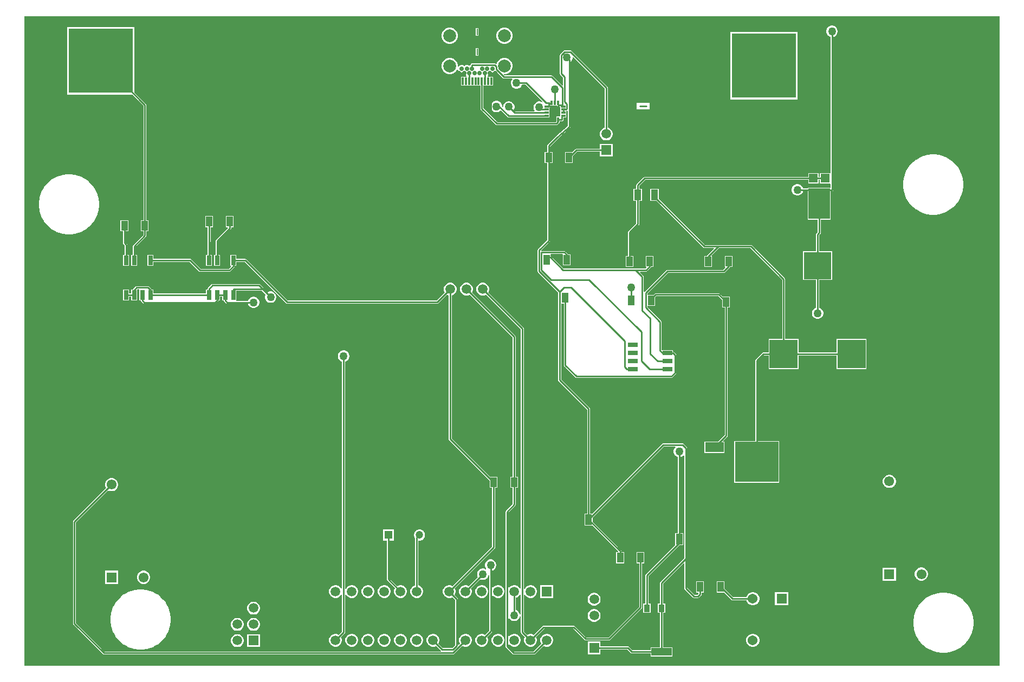
<source format=gtl>
G04*
G04 #@! TF.GenerationSoftware,Altium Limited,Altium Designer,22.11.1 (43)*
G04*
G04 Layer_Physical_Order=1*
G04 Layer_Color=255*
%FSLAX25Y25*%
%MOIN*%
G70*
G04*
G04 #@! TF.SameCoordinates,C3DCF227-2B7A-40B4-8179-D348CCFE8E73*
G04*
G04*
G04 #@! TF.FilePolarity,Positive*
G04*
G01*
G75*
%ADD10C,0.01000*%
%ADD18R,0.03740X0.04921*%
%ADD19R,0.12598X0.04921*%
%ADD20R,0.01181X0.04724*%
%ADD21R,0.00787X0.03937*%
%ADD22R,0.03937X0.05906*%
%ADD23R,0.04331X0.06693*%
%ADD24R,0.05472X0.05512*%
%ADD25R,0.13228X0.19134*%
%ADD26R,0.06004X0.02559*%
%ADD27R,0.17323X0.17717*%
%ADD28R,0.16929X0.16929*%
%ADD29R,0.01181X0.02756*%
%ADD30R,0.02756X0.01181*%
%ADD31R,0.05906X0.05906*%
%ADD32R,0.11811X0.05906*%
%ADD33R,0.26772X0.24606*%
%ADD34R,0.02559X0.06004*%
%ADD55C,0.06063*%
%ADD56R,0.06063X0.06063*%
G04:AMPARAMS|DCode=58|XSize=94.49mil|YSize=196.85mil|CornerRadius=47.24mil|HoleSize=0mil|Usage=FLASHONLY|Rotation=0.000|XOffset=0mil|YOffset=0mil|HoleType=Round|Shape=RoundedRectangle|*
%AMROUNDEDRECTD58*
21,1,0.09449,0.10236,0,0,0.0*
21,1,0.00000,0.19685,0,0,0.0*
1,1,0.09449,0.00000,-0.05118*
1,1,0.09449,0.00000,-0.05118*
1,1,0.09449,0.00000,0.05118*
1,1,0.09449,0.00000,0.05118*
%
%ADD58ROUNDEDRECTD58*%
%ADD59C,0.06102*%
%ADD60R,0.06102X0.06102*%
%ADD64C,0.05906*%
%ADD65C,0.02756*%
%ADD66C,0.07913*%
%ADD67R,0.05906X0.05906*%
%ADD68R,0.39370X0.39370*%
%ADD69R,0.04724X0.04724*%
%ADD70C,0.04724*%
%ADD71C,0.05000*%
G36*
X700000Y100000D02*
X100000D01*
Y500000D01*
X700000D01*
Y100000D01*
D02*
G37*
%LPC*%
G36*
X379287Y492567D02*
X377713D01*
Y487842D01*
X379287D01*
Y492567D01*
D02*
G37*
G36*
X395964Y492996D02*
X394659D01*
X393398Y492658D01*
X392268Y492006D01*
X391345Y491083D01*
X390692Y489953D01*
X390354Y488692D01*
Y487387D01*
X390692Y486126D01*
X391345Y484996D01*
X392268Y484073D01*
X393398Y483421D01*
X394659Y483083D01*
X395964D01*
X397224Y483421D01*
X398355Y484073D01*
X399277Y484996D01*
X399930Y486126D01*
X400268Y487387D01*
Y488692D01*
X399930Y489953D01*
X399277Y491083D01*
X398355Y492006D01*
X397224Y492658D01*
X395964Y492996D01*
D02*
G37*
G36*
X362342D02*
X361036D01*
X359776Y492658D01*
X358646Y492006D01*
X357723Y491083D01*
X357070Y489953D01*
X356732Y488692D01*
Y487387D01*
X357070Y486126D01*
X357723Y484996D01*
X358646Y484073D01*
X359776Y483421D01*
X361036Y483083D01*
X362342D01*
X363602Y483421D01*
X364733Y484073D01*
X365655Y484996D01*
X366308Y486126D01*
X366646Y487387D01*
Y488692D01*
X366308Y489953D01*
X365655Y491083D01*
X364733Y492006D01*
X363602Y492658D01*
X362342Y492996D01*
D02*
G37*
G36*
X379287Y480362D02*
X377713D01*
Y475638D01*
X379287D01*
Y480362D01*
D02*
G37*
G36*
X575685Y490185D02*
X534315D01*
Y448815D01*
X575685D01*
Y490185D01*
D02*
G37*
G36*
X484499Y446500D02*
X476500D01*
Y442500D01*
X484499D01*
Y446500D01*
D02*
G37*
G36*
X436000Y478911D02*
X432400D01*
X432051Y478842D01*
X431756Y478644D01*
X429756Y476644D01*
X429558Y476349D01*
X429489Y476000D01*
Y464600D01*
X429558Y464251D01*
X429756Y463956D01*
X431489Y462223D01*
Y457453D01*
X431027Y457262D01*
X425044Y463244D01*
X424749Y463442D01*
X424400Y463511D01*
X395404D01*
X394954Y463961D01*
X395162Y464461D01*
X395964D01*
X397224Y464798D01*
X398355Y465451D01*
X399277Y466374D01*
X399930Y467504D01*
X400268Y468765D01*
Y470070D01*
X399930Y471330D01*
X399277Y472461D01*
X398355Y473384D01*
X397224Y474036D01*
X395964Y474374D01*
X394659D01*
X393398Y474036D01*
X392268Y473384D01*
X391345Y472461D01*
X390692Y471330D01*
X390540Y470761D01*
X390409Y470726D01*
X389999Y470675D01*
X389749Y470842D01*
X389400Y470911D01*
X375350D01*
X375002Y470842D01*
X374706Y470644D01*
X374509Y470349D01*
X374439Y470000D01*
Y469842D01*
X374003Y469662D01*
X373776Y469434D01*
X373548Y469662D01*
X372674Y470023D01*
X371728D01*
X370854Y469662D01*
X370626Y469434D01*
X370398Y469662D01*
X369524Y470023D01*
X368578D01*
X367704Y469662D01*
X367146Y469103D01*
X366646Y469259D01*
Y470070D01*
X366308Y471330D01*
X365655Y472461D01*
X364733Y473384D01*
X363602Y474036D01*
X362342Y474374D01*
X361036D01*
X359776Y474036D01*
X358646Y473384D01*
X357723Y472461D01*
X357070Y471330D01*
X356732Y470070D01*
Y468765D01*
X357070Y467504D01*
X357723Y466374D01*
X358646Y465451D01*
X359776Y464798D01*
X361036Y464461D01*
X362342D01*
X363602Y464798D01*
X364733Y465451D01*
X365655Y466374D01*
X366173Y467271D01*
X366584Y467190D01*
X366682Y467152D01*
X367035Y466299D01*
X367704Y465630D01*
X368578Y465268D01*
X369524D01*
X370398Y465630D01*
X370626Y465858D01*
X370854Y465630D01*
X371412Y465398D01*
X371398Y465363D01*
Y464417D01*
X371760Y463543D01*
X372078Y463224D01*
X371871Y462724D01*
X370626Y462724D01*
X370126Y462724D01*
X368657D01*
Y457212D01*
X370626Y457212D01*
X371126Y457212D01*
X374063D01*
X374563Y457212D01*
Y457212D01*
X374563D01*
Y457212D01*
X378000D01*
X378500Y457212D01*
Y457212D01*
X378500D01*
Y457212D01*
X380542D01*
Y443146D01*
X380611Y442797D01*
X380808Y442502D01*
X390054Y433256D01*
X390350Y433058D01*
X390699Y432989D01*
X427250D01*
X427599Y433058D01*
X427895Y433256D01*
X428995Y434356D01*
X429176Y434626D01*
X429335D01*
Y435389D01*
X430800D01*
X431149Y435458D01*
X431444Y435656D01*
X431642Y435951D01*
X431711Y436300D01*
Y437579D01*
X433272D01*
Y439047D01*
X433272Y439547D01*
X433272D01*
Y439547D01*
X433272D01*
Y441589D01*
X433288D01*
X433636Y441658D01*
X433754Y441737D01*
X434254Y441507D01*
Y432412D01*
X427398Y426384D01*
X427380Y426361D01*
X427356Y426344D01*
X421856Y420844D01*
X421658Y420549D01*
X421589Y420200D01*
Y416347D01*
X420138D01*
Y409654D01*
X421589D01*
Y362045D01*
X416088Y356544D01*
X415890Y356249D01*
X415821Y355900D01*
Y342968D01*
X415855Y342796D01*
X415888Y342626D01*
X415890Y342623D01*
X415890Y342619D01*
X415987Y342475D01*
X416083Y342329D01*
X428389Y329827D01*
Y276000D01*
X428458Y275651D01*
X428656Y275356D01*
X446207Y257804D01*
Y193740D01*
X444559D01*
Y186260D01*
X449570D01*
X465483Y170346D01*
X465334Y169846D01*
X464138D01*
Y163154D01*
X468862D01*
Y169846D01*
X467411D01*
Y170618D01*
X467342Y170967D01*
X467144Y171263D01*
X449677Y188730D01*
Y191270D01*
X493496Y235089D01*
X500332D01*
X500539Y234589D01*
X500081Y234131D01*
X499620Y233333D01*
X499382Y232443D01*
Y231521D01*
X499620Y230631D01*
X500081Y229833D01*
X500733Y229181D01*
X501531Y228720D01*
X501971Y228603D01*
Y181740D01*
X500323D01*
Y174260D01*
X500323Y174260D01*
X500323D01*
X500006Y173913D01*
X482301Y156207D01*
X482103Y155912D01*
X482034Y155563D01*
Y138240D01*
X480681D01*
Y132531D01*
X485209D01*
Y138240D01*
X483856D01*
Y155186D01*
X502930Y174260D01*
X505441D01*
Y181740D01*
X503793D01*
Y228603D01*
X504233Y228720D01*
X505031Y229181D01*
X505489Y229639D01*
X505989Y229432D01*
Y166277D01*
X491356Y151644D01*
X491158Y151349D01*
X491089Y151000D01*
Y138240D01*
X489736D01*
Y132531D01*
X491089D01*
Y111468D01*
X485307D01*
Y109525D01*
X473963D01*
X471844Y111644D01*
X471549Y111842D01*
X471200Y111911D01*
X454453D01*
Y114953D01*
X446547D01*
Y107047D01*
X454453D01*
Y110089D01*
X470823D01*
X472942Y107970D01*
X473237Y107772D01*
X473586Y107703D01*
X485307D01*
Y105760D01*
X498693D01*
Y111468D01*
X492911D01*
Y132531D01*
X494264D01*
Y138240D01*
X492911D01*
Y150623D01*
X505527Y163238D01*
X505989Y163047D01*
Y147800D01*
X506058Y147451D01*
X506256Y147156D01*
X511356Y142056D01*
X511651Y141858D01*
X512000Y141789D01*
X514401D01*
X514749Y141858D01*
X515045Y142056D01*
X516345Y143356D01*
X516543Y143651D01*
X516612Y144000D01*
Y145153D01*
X518063D01*
Y151847D01*
X513339D01*
Y145153D01*
X514790D01*
Y144377D01*
X514023Y143611D01*
X512377D01*
X507811Y148177D01*
Y165900D01*
Y234000D01*
X507742Y234349D01*
X507544Y234644D01*
X505544Y236644D01*
X505249Y236842D01*
X504900Y236911D01*
X493118D01*
X492769Y236842D01*
X492474Y236644D01*
X449570Y193740D01*
X448029D01*
Y258182D01*
X447960Y258530D01*
X447762Y258826D01*
X430211Y276377D01*
Y322747D01*
X430437Y323153D01*
X430711Y323153D01*
X431888D01*
Y284901D01*
X431957Y284552D01*
X432155Y284257D01*
X438856Y277556D01*
X439151Y277358D01*
X439500Y277289D01*
X498000D01*
X498349Y277358D01*
X498644Y277556D01*
X500844Y279756D01*
X501042Y280051D01*
X501111Y280400D01*
Y291300D01*
X501042Y291649D01*
X500844Y291944D01*
X499644Y293144D01*
X499349Y293342D01*
X499073Y293397D01*
Y294173D01*
X492281D01*
X492011Y294561D01*
Y311700D01*
X491942Y312049D01*
X491744Y312344D01*
X483211Y320877D01*
Y321247D01*
X483437Y321654D01*
X483711Y321654D01*
X488161D01*
Y327042D01*
X488708Y327589D01*
X526922D01*
X529437Y325074D01*
Y320654D01*
X530888D01*
Y242161D01*
X526574Y237846D01*
X518217D01*
Y231153D01*
X530815D01*
Y237846D01*
X529804D01*
X529613Y238308D01*
X532444Y241139D01*
X532641Y241435D01*
X532710Y241783D01*
Y320654D01*
X534161D01*
Y327346D01*
X529741D01*
X527944Y329144D01*
X527648Y329342D01*
X527299Y329411D01*
X488331D01*
X487982Y329342D01*
X487686Y329144D01*
X486888Y328346D01*
X483437Y328346D01*
X483211Y328753D01*
Y329323D01*
X495877Y341988D01*
X530198D01*
X530547Y342057D01*
X530843Y342255D01*
X533944Y345356D01*
X534141Y345651D01*
X534141Y345654D01*
X535661D01*
Y352346D01*
X530937D01*
Y345654D01*
X531011D01*
X531202Y345192D01*
X529821Y343810D01*
X495499D01*
X495151Y343741D01*
X494855Y343544D01*
X481656Y330344D01*
X481546Y330181D01*
X481046Y330332D01*
Y339565D01*
X480977Y339914D01*
X480780Y340209D01*
X478662Y342327D01*
X478853Y342789D01*
X482499D01*
X482848Y342858D01*
X483144Y343056D01*
X485443Y345356D01*
X485641Y345651D01*
X485641Y345654D01*
X487161D01*
Y352346D01*
X482437D01*
Y345654D01*
X482511D01*
X482702Y345192D01*
X482122Y344611D01*
X431728D01*
X424145Y352194D01*
X423849Y352392D01*
X423563Y352449D01*
Y353346D01*
X423963Y353589D01*
X431037D01*
X431437Y353346D01*
Y346654D01*
X436161D01*
Y353346D01*
X434642D01*
X434641Y353349D01*
X434444Y353644D01*
X432943Y355144D01*
X432648Y355342D01*
X432299Y355411D01*
X418239D01*
X418068Y355683D01*
X418021Y355900D01*
X423144Y361023D01*
X423342Y361319D01*
X423411Y361668D01*
Y409654D01*
X424862D01*
Y416347D01*
X423411D01*
Y419823D01*
X428624Y425035D01*
X435767Y431316D01*
X435785Y431339D01*
X435810Y431356D01*
X435893Y431480D01*
X435983Y431598D01*
X435991Y431627D01*
X436007Y431651D01*
X436036Y431798D01*
X436075Y431942D01*
X436071Y431971D01*
X436077Y432000D01*
Y471927D01*
X436601Y472451D01*
X437062Y473249D01*
X437300Y474139D01*
Y474704D01*
X437800Y474911D01*
X457089Y455623D01*
Y431348D01*
X456474Y431183D01*
X455573Y430663D01*
X454837Y429927D01*
X454317Y429026D01*
X454047Y428020D01*
Y426980D01*
X454317Y425974D01*
X454837Y425073D01*
X455573Y424337D01*
X456474Y423817D01*
X457480Y423547D01*
X458520D01*
X459526Y423817D01*
X460427Y424337D01*
X461163Y425073D01*
X461683Y425974D01*
X461953Y426980D01*
Y428020D01*
X461683Y429026D01*
X461163Y429927D01*
X460427Y430663D01*
X459526Y431183D01*
X458911Y431348D01*
Y456000D01*
X458842Y456349D01*
X458644Y456644D01*
X436644Y478644D01*
X436349Y478842D01*
X436000Y478911D01*
D02*
G37*
G36*
X660259Y414857D02*
X657964D01*
X657898Y414844D01*
X657831Y414849D01*
X655555Y414549D01*
X655492Y414528D01*
X655424Y414523D01*
X653208Y413929D01*
X653147Y413900D01*
X653082Y413886D01*
X650961Y413008D01*
X650905Y412971D01*
X650842Y412949D01*
X648854Y411802D01*
X648804Y411757D01*
X648743Y411728D01*
X646922Y410330D01*
X646878Y410280D01*
X646822Y410243D01*
X645199Y408620D01*
X645162Y408564D01*
X645112Y408520D01*
X643714Y406699D01*
X643685Y406638D01*
X643640Y406588D01*
X642493Y404600D01*
X642471Y404537D01*
X642434Y404481D01*
X641556Y402360D01*
X641542Y402294D01*
X641513Y402234D01*
X640919Y400017D01*
X640914Y399950D01*
X640893Y399887D01*
X640593Y397611D01*
X640598Y397544D01*
X640585Y397478D01*
Y395183D01*
X640598Y395117D01*
X640593Y395050D01*
X640893Y392775D01*
X640914Y392711D01*
X640919Y392644D01*
X641513Y390427D01*
X641542Y390367D01*
X641556Y390301D01*
X642434Y388181D01*
X642471Y388125D01*
X642493Y388061D01*
X643640Y386074D01*
X643685Y386023D01*
X643714Y385963D01*
X645112Y384142D01*
X645162Y384098D01*
X645199Y384042D01*
X646822Y382419D01*
X646878Y382382D01*
X646922Y382331D01*
X648743Y380934D01*
X648804Y380904D01*
X648854Y380860D01*
X650842Y379712D01*
X650905Y379691D01*
X650961Y379653D01*
X653082Y378775D01*
X653147Y378762D01*
X653208Y378732D01*
X655424Y378138D01*
X655492Y378134D01*
X655555Y378112D01*
X657831Y377813D01*
X657898Y377817D01*
X657964Y377804D01*
X660259D01*
X660325Y377817D01*
X660392Y377813D01*
X662667Y378112D01*
X662731Y378134D01*
X662798Y378138D01*
X665015Y378732D01*
X665075Y378762D01*
X665141Y378775D01*
X667261Y379653D01*
X667317Y379691D01*
X667381Y379712D01*
X669368Y380860D01*
X669419Y380904D01*
X669479Y380934D01*
X671300Y382331D01*
X671344Y382382D01*
X671400Y382419D01*
X673023Y384042D01*
X673060Y384098D01*
X673111Y384142D01*
X674508Y385963D01*
X674538Y386023D01*
X674582Y386074D01*
X675730Y388061D01*
X675751Y388125D01*
X675788Y388181D01*
X676667Y390301D01*
X676680Y390367D01*
X676710Y390427D01*
X677304Y392644D01*
X677308Y392711D01*
X677330Y392775D01*
X677629Y395050D01*
X677625Y395117D01*
X677638Y395183D01*
Y397478D01*
X677625Y397544D01*
X677629Y397611D01*
X677330Y399887D01*
X677308Y399950D01*
X677304Y400017D01*
X676710Y402234D01*
X676680Y402294D01*
X676667Y402360D01*
X675788Y404481D01*
X675751Y404537D01*
X675730Y404600D01*
X674582Y406588D01*
X674538Y406638D01*
X674508Y406699D01*
X673111Y408520D01*
X673060Y408564D01*
X673023Y408620D01*
X671400Y410243D01*
X671344Y410280D01*
X671300Y410330D01*
X669479Y411728D01*
X669419Y411757D01*
X669368Y411802D01*
X667381Y412949D01*
X667317Y412971D01*
X667261Y413008D01*
X665141Y413886D01*
X665075Y413900D01*
X665015Y413929D01*
X662798Y414523D01*
X662731Y414528D01*
X662667Y414549D01*
X660392Y414849D01*
X660325Y414844D01*
X660259Y414857D01*
D02*
G37*
G36*
X461953Y421453D02*
X454047D01*
Y418411D01*
X439598D01*
X439250Y418342D01*
X438954Y418144D01*
X437156Y416347D01*
X432736D01*
Y409654D01*
X437461D01*
Y414074D01*
X439976Y416589D01*
X454047D01*
Y413547D01*
X461953D01*
Y421453D01*
D02*
G37*
G36*
X128566Y402701D02*
X126271D01*
X126205Y402688D01*
X126138Y402692D01*
X123863Y402392D01*
X123799Y402371D01*
X123732Y402366D01*
X121515Y401772D01*
X121455Y401743D01*
X121389Y401729D01*
X119269Y400851D01*
X119212Y400814D01*
X119149Y400792D01*
X117161Y399645D01*
X117111Y399601D01*
X117051Y399571D01*
X115230Y398174D01*
X115185Y398123D01*
X115129Y398086D01*
X113507Y396463D01*
X113469Y396407D01*
X113419Y396363D01*
X112022Y394542D01*
X111992Y394482D01*
X111948Y394431D01*
X110800Y392444D01*
X110778Y392380D01*
X110741Y392324D01*
X109863Y390204D01*
X109850Y390138D01*
X109820Y390077D01*
X109226Y387861D01*
X109222Y387793D01*
X109200Y387730D01*
X108900Y385455D01*
X108905Y385387D01*
X108892Y385321D01*
Y383027D01*
X108905Y382961D01*
X108900Y382893D01*
X109200Y380618D01*
X109222Y380554D01*
X109226Y380487D01*
X109820Y378271D01*
X109850Y378210D01*
X109863Y378144D01*
X110741Y376024D01*
X110778Y375968D01*
X110800Y375904D01*
X111948Y373917D01*
X111992Y373866D01*
X112022Y373806D01*
X113419Y371985D01*
X113469Y371941D01*
X113507Y371885D01*
X115129Y370262D01*
X115185Y370225D01*
X115230Y370174D01*
X117051Y368777D01*
X117111Y368747D01*
X117161Y368703D01*
X119149Y367556D01*
X119212Y367534D01*
X119269Y367497D01*
X121389Y366618D01*
X121455Y366605D01*
X121515Y366576D01*
X123732Y365982D01*
X123799Y365977D01*
X123863Y365955D01*
X126138Y365656D01*
X126205Y365660D01*
X126271Y365647D01*
X128566D01*
X128632Y365660D01*
X128699Y365656D01*
X130974Y365955D01*
X131038Y365977D01*
X131105Y365982D01*
X133322Y366576D01*
X133382Y366605D01*
X133448Y366618D01*
X135568Y367497D01*
X135624Y367534D01*
X135688Y367556D01*
X137676Y368703D01*
X137726Y368747D01*
X137786Y368777D01*
X139607Y370174D01*
X139652Y370225D01*
X139707Y370262D01*
X141330Y371885D01*
X141368Y371941D01*
X141418Y371985D01*
X142815Y373806D01*
X142845Y373866D01*
X142889Y373917D01*
X144037Y375904D01*
X144058Y375968D01*
X144096Y376024D01*
X144974Y378144D01*
X144987Y378210D01*
X145017Y378271D01*
X145611Y380487D01*
X145615Y380554D01*
X145637Y380618D01*
X145937Y382893D01*
X145932Y382961D01*
X145945Y383027D01*
Y385321D01*
X145932Y385387D01*
X145937Y385455D01*
X145637Y387730D01*
X145615Y387793D01*
X145611Y387861D01*
X145017Y390077D01*
X144987Y390138D01*
X144974Y390204D01*
X144096Y392324D01*
X144058Y392380D01*
X144037Y392444D01*
X142889Y394431D01*
X142845Y394482D01*
X142815Y394542D01*
X141418Y396363D01*
X141368Y396407D01*
X141330Y396463D01*
X139707Y398086D01*
X139652Y398123D01*
X139607Y398174D01*
X137786Y399571D01*
X137726Y399601D01*
X137676Y399645D01*
X135688Y400792D01*
X135624Y400814D01*
X135568Y400851D01*
X133448Y401729D01*
X133382Y401743D01*
X133322Y401772D01*
X131105Y402366D01*
X131038Y402371D01*
X130974Y402392D01*
X128699Y402692D01*
X128632Y402688D01*
X128566Y402701D01*
D02*
G37*
G36*
X597361Y494200D02*
X596439D01*
X595549Y493961D01*
X594751Y493501D01*
X594099Y492849D01*
X593639Y492051D01*
X593400Y491161D01*
Y490239D01*
X593639Y489349D01*
X594099Y488551D01*
X594751Y487899D01*
X595549Y487438D01*
X595989Y487321D01*
Y403728D01*
X595752Y403327D01*
X595489Y403327D01*
X589492D01*
Y401088D01*
X588508D01*
Y403327D01*
X582248D01*
Y401088D01*
X481559D01*
X481210Y401019D01*
X480914Y400821D01*
X476737Y396644D01*
X476540Y396349D01*
X476471Y396000D01*
Y393740D01*
X474823D01*
Y386260D01*
X476471D01*
Y372458D01*
X471557Y367544D01*
X471359Y367249D01*
X471290Y366900D01*
Y352346D01*
X469839D01*
Y345654D01*
X474563D01*
Y352346D01*
X473112D01*
Y366523D01*
X478026Y371437D01*
X478224Y371732D01*
X478293Y372081D01*
Y386260D01*
X479941D01*
Y393740D01*
X478293D01*
Y395623D01*
X481936Y399266D01*
X582248D01*
Y397027D01*
X588508D01*
Y399266D01*
X589492D01*
Y397027D01*
X595489D01*
X595752Y397027D01*
X595989Y396625D01*
Y394461D01*
X581992D01*
Y394011D01*
X578979D01*
X578862Y394451D01*
X578401Y395249D01*
X577749Y395901D01*
X576951Y396361D01*
X576061Y396600D01*
X575139D01*
X574249Y396361D01*
X573451Y395901D01*
X572799Y395249D01*
X572338Y394451D01*
X572100Y393561D01*
Y392639D01*
X572338Y391749D01*
X572799Y390951D01*
X573451Y390299D01*
X574249Y389839D01*
X575139Y389600D01*
X576061D01*
X576951Y389839D01*
X577749Y390299D01*
X578401Y390951D01*
X578862Y391749D01*
X578979Y392189D01*
X581992D01*
Y374539D01*
X588089D01*
Y366877D01*
X587356Y366144D01*
X587158Y365849D01*
X587089Y365500D01*
Y355221D01*
X579142D01*
Y337504D01*
X587089D01*
Y320479D01*
X586649Y320361D01*
X585851Y319901D01*
X585199Y319249D01*
X584738Y318451D01*
X584500Y317561D01*
Y316639D01*
X584738Y315749D01*
X585199Y314951D01*
X585851Y314299D01*
X586649Y313839D01*
X587539Y313600D01*
X588461D01*
X589351Y313839D01*
X590149Y314299D01*
X590801Y314951D01*
X591261Y315749D01*
X591500Y316639D01*
Y317561D01*
X591261Y318451D01*
X590801Y319249D01*
X590149Y319901D01*
X589351Y320361D01*
X588911Y320479D01*
Y337504D01*
X596858D01*
Y355221D01*
X588911D01*
Y365123D01*
X589644Y365856D01*
X589842Y366151D01*
X589911Y366500D01*
Y374539D01*
X596008D01*
Y392189D01*
X596900D01*
X597249Y392258D01*
X597544Y392456D01*
X597742Y392751D01*
X597811Y393100D01*
Y487321D01*
X598251Y487438D01*
X599049Y487899D01*
X599701Y488551D01*
X600162Y489349D01*
X600400Y490239D01*
Y491161D01*
X600162Y492051D01*
X599701Y492849D01*
X599049Y493501D01*
X598251Y493961D01*
X597361Y494200D01*
D02*
G37*
G36*
X167685Y493185D02*
X126315D01*
Y451815D01*
X166396D01*
X173187Y445024D01*
Y374346D01*
X171736D01*
Y367653D01*
X173187D01*
Y365276D01*
X166856Y358944D01*
X166658Y358649D01*
X166589Y358300D01*
Y353073D01*
X165827D01*
Y346282D01*
X169173D01*
Y353073D01*
X168411D01*
Y357923D01*
X174743Y364254D01*
X174940Y364550D01*
X175010Y364898D01*
Y367653D01*
X176461D01*
Y374346D01*
X175010D01*
Y445402D01*
X174940Y445750D01*
X174743Y446046D01*
X167685Y453104D01*
Y493185D01*
D02*
G37*
G36*
X163862Y374346D02*
X159138D01*
Y367653D01*
X160589D01*
Y360400D01*
X160658Y360051D01*
X160856Y359756D01*
X161589Y359023D01*
Y353073D01*
X160827D01*
Y346282D01*
X164173D01*
Y353073D01*
X163411D01*
Y359400D01*
X163342Y359749D01*
X163144Y360044D01*
X162411Y360777D01*
Y367653D01*
X163862D01*
Y374346D01*
D02*
G37*
G36*
X228661Y376847D02*
X223937D01*
Y370153D01*
X225091D01*
X225265Y369654D01*
X217856Y362244D01*
X217658Y361949D01*
X217589Y361600D01*
Y353073D01*
X216827D01*
Y346282D01*
X220173D01*
Y353073D01*
X219411D01*
Y361223D01*
X226943Y368755D01*
X227141Y369051D01*
X227210Y369399D01*
Y370153D01*
X228661D01*
Y376847D01*
D02*
G37*
G36*
X216063D02*
X211338D01*
Y370153D01*
X212789D01*
Y361945D01*
X212658Y361749D01*
X212589Y361400D01*
Y353073D01*
X211827D01*
Y346282D01*
X215173D01*
Y353073D01*
X214411D01*
Y361055D01*
X214543Y361252D01*
X214612Y361601D01*
Y370153D01*
X216063D01*
Y376847D01*
D02*
G37*
G36*
X244300Y335111D02*
X215700D01*
X215351Y335042D01*
X215056Y334844D01*
X212856Y332644D01*
X212658Y332349D01*
X212589Y332000D01*
Y331719D01*
X211827D01*
Y329234D01*
X179173D01*
Y331719D01*
X178348D01*
X178342Y331749D01*
X178144Y332044D01*
X176644Y333544D01*
X176349Y333742D01*
X176000Y333811D01*
X169000D01*
X168651Y333742D01*
X168356Y333544D01*
X166856Y332044D01*
X166658Y331749D01*
X166652Y331719D01*
X165827D01*
Y329234D01*
X164173D01*
Y331719D01*
X160827D01*
Y324927D01*
X164173D01*
Y327412D01*
X165827D01*
Y324927D01*
X169173D01*
Y331719D01*
X169561Y331989D01*
X170439D01*
X170827Y331719D01*
X170827Y331489D01*
Y324927D01*
X171603D01*
X171658Y324651D01*
X171856Y324356D01*
X173056Y323156D01*
X173351Y322958D01*
X173700Y322889D01*
X217300D01*
X217649Y322958D01*
X217944Y323156D01*
X219144Y324356D01*
X219342Y324651D01*
X219397Y324927D01*
X220173D01*
Y327412D01*
X221827D01*
Y324927D01*
X222603D01*
X222658Y324651D01*
X222856Y324356D01*
X224056Y323156D01*
X224351Y322958D01*
X224700Y322889D01*
X237621D01*
X237738Y322449D01*
X238199Y321651D01*
X238851Y320999D01*
X239649Y320538D01*
X240539Y320300D01*
X241461D01*
X242351Y320538D01*
X243149Y320999D01*
X243801Y321651D01*
X244262Y322449D01*
X244500Y323339D01*
Y324261D01*
X244262Y325151D01*
X243801Y325949D01*
X243149Y326601D01*
X242351Y327062D01*
X241461Y327300D01*
X240539D01*
X239649Y327062D01*
X238851Y326601D01*
X238199Y325949D01*
X237738Y325151D01*
X237621Y324711D01*
X230584D01*
X230173Y324927D01*
X230173Y325211D01*
Y331089D01*
X246123D01*
X248466Y328745D01*
X248238Y328351D01*
X248000Y327461D01*
Y326539D01*
X248238Y325649D01*
X248699Y324851D01*
X249351Y324199D01*
X250149Y323739D01*
X251039Y323500D01*
X251961D01*
X252851Y323739D01*
X253649Y324199D01*
X254301Y324851D01*
X254762Y325649D01*
X255000Y326539D01*
Y327461D01*
X254762Y328351D01*
X254301Y329149D01*
X253649Y329801D01*
X252851Y330261D01*
X251961Y330500D01*
X251039D01*
X250149Y330261D01*
X249755Y330034D01*
X247144Y332644D01*
X244944Y334844D01*
X244649Y335042D01*
X244300Y335111D01*
D02*
G37*
G36*
X490177Y393740D02*
X485059D01*
Y386260D01*
X488869D01*
X517574Y357556D01*
X517869Y357358D01*
X518218Y357289D01*
X524048D01*
X524239Y356827D01*
X520056Y352644D01*
X519859Y352349D01*
X519859Y352346D01*
X518339D01*
Y345654D01*
X523063D01*
Y352346D01*
X522989D01*
X522798Y352808D01*
X527278Y357289D01*
X546523D01*
X566223Y337589D01*
Y301284D01*
X558079D01*
Y292943D01*
X554532D01*
X554183Y292874D01*
X553887Y292676D01*
X549856Y288644D01*
X549658Y288349D01*
X549589Y288000D01*
Y238197D01*
X536721D01*
Y212803D01*
X564280D01*
Y238197D01*
X551411D01*
Y287623D01*
X554909Y291120D01*
X558079D01*
Y282780D01*
X576189D01*
Y291120D01*
X599811D01*
Y282780D01*
X617921D01*
Y301284D01*
X599811D01*
Y292943D01*
X576189D01*
Y301284D01*
X568045D01*
Y337966D01*
X567976Y338315D01*
X567778Y338611D01*
X547544Y358844D01*
X547249Y359042D01*
X546900Y359111D01*
X518595D01*
X490177Y387530D01*
Y393740D01*
D02*
G37*
G36*
X632691Y217610D02*
X631624D01*
X630594Y217334D01*
X629670Y216801D01*
X628916Y216047D01*
X628382Y215123D01*
X628106Y214092D01*
Y213026D01*
X628382Y211996D01*
X628916Y211072D01*
X629670Y210317D01*
X630594Y209784D01*
X631624Y209508D01*
X632691D01*
X633721Y209784D01*
X634645Y210317D01*
X635399Y211072D01*
X635933Y211996D01*
X636209Y213026D01*
Y214092D01*
X635933Y215123D01*
X635399Y216047D01*
X634645Y216801D01*
X633721Y217334D01*
X632691Y217610D01*
D02*
G37*
G36*
X179173Y353073D02*
X175827D01*
Y346282D01*
X179173D01*
Y348789D01*
X201523D01*
X207456Y342856D01*
X207751Y342658D01*
X208100Y342589D01*
X226000D01*
X226349Y342658D01*
X226644Y342856D01*
X229144Y345356D01*
X229342Y345651D01*
X229411Y346000D01*
Y346282D01*
X230173D01*
Y348689D01*
X235723D01*
X261056Y323356D01*
X261351Y323158D01*
X261700Y323089D01*
X354000D01*
X354349Y323158D01*
X354644Y323356D01*
X359923Y328635D01*
X360474Y328317D01*
X361089Y328152D01*
Y239701D01*
X361158Y239352D01*
X361356Y239056D01*
X386339Y214073D01*
Y209653D01*
X387790D01*
Y173425D01*
X363435Y149070D01*
X362884Y149388D01*
X361879Y149657D01*
X360838D01*
X359833Y149388D01*
X358931Y148868D01*
X358195Y148132D01*
X357675Y147231D01*
X357405Y146225D01*
Y145184D01*
X357675Y144179D01*
X358195Y143278D01*
X358931Y142542D01*
X359833Y142021D01*
X360838Y141752D01*
X361879D01*
X362884Y142021D01*
X363435Y142340D01*
X364989Y140786D01*
Y112614D01*
X363286Y110911D01*
X357440D01*
X354724Y113628D01*
X355042Y114179D01*
X355311Y115184D01*
Y116225D01*
X355042Y117230D01*
X354521Y118132D01*
X353785Y118868D01*
X352884Y119388D01*
X351879Y119658D01*
X350838D01*
X349833Y119388D01*
X348931Y118868D01*
X348195Y118132D01*
X347675Y117230D01*
X347406Y116225D01*
Y115184D01*
X347675Y114179D01*
X348195Y113278D01*
X348931Y112542D01*
X349833Y112021D01*
X350838Y111752D01*
X351879D01*
X352884Y112021D01*
X353435Y112339D01*
X356419Y109356D01*
X356485Y109311D01*
X356333Y108811D01*
X149277D01*
X131711Y126377D01*
Y188324D01*
X151509Y208122D01*
X152094Y207784D01*
X153124Y207508D01*
X154191D01*
X155221Y207784D01*
X156145Y208317D01*
X156899Y209071D01*
X157432Y209995D01*
X157709Y211026D01*
Y212092D01*
X157432Y213123D01*
X156899Y214047D01*
X156145Y214801D01*
X155221Y215334D01*
X154191Y215610D01*
X153124D01*
X152094Y215334D01*
X151170Y214801D01*
X150416Y214047D01*
X149882Y213123D01*
X149606Y212092D01*
Y211026D01*
X149882Y209995D01*
X150220Y209410D01*
X130156Y189346D01*
X129958Y189050D01*
X129889Y188702D01*
Y126000D01*
X129958Y125651D01*
X130156Y125356D01*
X148256Y107256D01*
X148551Y107058D01*
X148900Y106989D01*
X363553D01*
X363902Y107058D01*
X364198Y107256D01*
X369282Y112339D01*
X369832Y112021D01*
X370838Y111752D01*
X371879D01*
X372884Y112021D01*
X373785Y112542D01*
X374521Y113278D01*
X375042Y114179D01*
X375311Y115184D01*
Y116225D01*
X375042Y117230D01*
X374521Y118132D01*
X373785Y118868D01*
X372884Y119388D01*
X371879Y119658D01*
X370838D01*
X369832Y119388D01*
X368931Y118868D01*
X368195Y118132D01*
X367675Y117230D01*
X367406Y116225D01*
Y115184D01*
X367675Y114179D01*
X367993Y113628D01*
X367273Y112908D01*
X366811Y113100D01*
Y141163D01*
X366742Y141512D01*
X366544Y141807D01*
X364723Y143628D01*
X365042Y144179D01*
X365311Y145184D01*
Y146225D01*
X365042Y147231D01*
X364723Y147781D01*
X389345Y172403D01*
X389543Y172699D01*
X389612Y173047D01*
Y209653D01*
X391063D01*
Y216347D01*
X386643D01*
X362911Y240078D01*
Y328152D01*
X363526Y328317D01*
X364427Y328837D01*
X365163Y329573D01*
X365683Y330474D01*
X365953Y331480D01*
Y332520D01*
X365683Y333526D01*
X365163Y334427D01*
X364427Y335163D01*
X363526Y335683D01*
X362520Y335953D01*
X361480D01*
X360474Y335683D01*
X359573Y335163D01*
X358837Y334427D01*
X358317Y333526D01*
X358047Y332520D01*
Y331480D01*
X358317Y330474D01*
X358635Y329923D01*
X353623Y324911D01*
X262077D01*
X236744Y350244D01*
X236449Y350442D01*
X236100Y350511D01*
X230173D01*
Y353073D01*
X226827D01*
Y346282D01*
X226840D01*
X227031Y345820D01*
X225623Y344411D01*
X208477D01*
X202544Y350344D01*
X202249Y350542D01*
X201900Y350611D01*
X179173D01*
Y353073D01*
D02*
G37*
G36*
X387361Y165500D02*
X386439D01*
X385549Y165261D01*
X384751Y164801D01*
X384099Y164149D01*
X383639Y163351D01*
X383400Y162461D01*
Y161539D01*
X383639Y160649D01*
X384099Y159851D01*
X384131Y159819D01*
X383824Y159419D01*
X383404Y159661D01*
X382514Y159900D01*
X381593D01*
X380702Y159661D01*
X379904Y159201D01*
X379253Y158549D01*
X378792Y157751D01*
X378553Y156861D01*
Y155939D01*
X378792Y155049D01*
X379019Y154655D01*
X373435Y149070D01*
X372884Y149388D01*
X371879Y149657D01*
X370838D01*
X369832Y149388D01*
X368931Y148868D01*
X368195Y148132D01*
X367675Y147231D01*
X367406Y146225D01*
Y145184D01*
X367675Y144179D01*
X368195Y143278D01*
X368931Y142542D01*
X369832Y142021D01*
X370838Y141752D01*
X371879D01*
X372884Y142021D01*
X373785Y142542D01*
X374521Y143278D01*
X375042Y144179D01*
X375311Y145184D01*
Y146225D01*
X375042Y147231D01*
X374724Y147781D01*
X380308Y153366D01*
X380702Y153138D01*
X381593Y152900D01*
X382514D01*
X383404Y153138D01*
X384202Y153599D01*
X384854Y154251D01*
X385315Y155049D01*
X385489Y155698D01*
X385989Y155632D01*
Y121624D01*
X383435Y119070D01*
X382884Y119388D01*
X381879Y119658D01*
X380838D01*
X379833Y119388D01*
X378931Y118868D01*
X378195Y118132D01*
X377675Y117230D01*
X377406Y116225D01*
Y115184D01*
X377675Y114179D01*
X378195Y113278D01*
X378931Y112542D01*
X379833Y112021D01*
X380838Y111752D01*
X381879D01*
X382884Y112021D01*
X383785Y112542D01*
X384521Y113278D01*
X385042Y114179D01*
X385311Y115184D01*
Y116225D01*
X385042Y117230D01*
X384723Y117781D01*
X387544Y120602D01*
X387742Y120898D01*
X387811Y121247D01*
Y142998D01*
X388311Y143162D01*
X388931Y142542D01*
X389832Y142021D01*
X390838Y141752D01*
X391879D01*
X392884Y142021D01*
X393785Y142542D01*
X394521Y143278D01*
X395042Y144179D01*
X395311Y145184D01*
Y146225D01*
X395042Y147231D01*
X394521Y148132D01*
X393785Y148868D01*
X392884Y149388D01*
X391879Y149657D01*
X390838D01*
X389832Y149388D01*
X388931Y148868D01*
X388311Y148248D01*
X387811Y148412D01*
Y158621D01*
X388251Y158739D01*
X389049Y159199D01*
X389701Y159851D01*
X390161Y160649D01*
X390400Y161539D01*
Y162461D01*
X390161Y163351D01*
X389701Y164149D01*
X389049Y164801D01*
X388251Y165261D01*
X387361Y165500D01*
D02*
G37*
G36*
X652376Y160524D02*
X651309D01*
X650279Y160248D01*
X649355Y159714D01*
X648601Y158960D01*
X648068Y158036D01*
X647791Y157006D01*
Y155939D01*
X648068Y154909D01*
X648601Y153985D01*
X649355Y153231D01*
X650279Y152698D01*
X651309Y152421D01*
X652376D01*
X653406Y152698D01*
X654330Y153231D01*
X655084Y153985D01*
X655618Y154909D01*
X655894Y155939D01*
Y157006D01*
X655618Y158036D01*
X655084Y158960D01*
X654330Y159714D01*
X653406Y160248D01*
X652376Y160524D01*
D02*
G37*
G36*
X636209D02*
X628106D01*
Y152421D01*
X636209D01*
Y160524D01*
D02*
G37*
G36*
X173876Y158524D02*
X172809D01*
X171779Y158247D01*
X170855Y157714D01*
X170101Y156960D01*
X169567Y156036D01*
X169291Y155006D01*
Y153939D01*
X169567Y152909D01*
X170101Y151985D01*
X170855Y151231D01*
X171779Y150697D01*
X172809Y150421D01*
X173876D01*
X174906Y150697D01*
X175830Y151231D01*
X176584Y151985D01*
X177118Y152909D01*
X177394Y153939D01*
Y155006D01*
X177118Y156036D01*
X176584Y156960D01*
X175830Y157714D01*
X174906Y158247D01*
X173876Y158524D01*
D02*
G37*
G36*
X157709D02*
X149606D01*
Y150421D01*
X157709D01*
Y158524D01*
D02*
G37*
G36*
X382520Y335953D02*
X381480D01*
X380474Y335683D01*
X379573Y335163D01*
X378837Y334427D01*
X378317Y333526D01*
X378047Y332520D01*
Y331480D01*
X378317Y330474D01*
X378837Y329573D01*
X379573Y328837D01*
X380474Y328317D01*
X381480Y328047D01*
X382520D01*
X383526Y328317D01*
X384077Y328635D01*
X405489Y307223D01*
Y147406D01*
X405373Y147361D01*
X404989Y147322D01*
X404521Y148132D01*
X403785Y148868D01*
X402884Y149388D01*
X401879Y149657D01*
X400838D01*
X399833Y149388D01*
X398931Y148868D01*
X398311Y148248D01*
X397811Y148412D01*
Y194423D01*
X401943Y198556D01*
X402141Y198851D01*
X402210Y199200D01*
Y209653D01*
X403661D01*
Y216347D01*
X402210D01*
Y302701D01*
X402141Y303049D01*
X401943Y303345D01*
X375365Y329923D01*
X375683Y330474D01*
X375953Y331480D01*
Y332520D01*
X375683Y333526D01*
X375163Y334427D01*
X374427Y335163D01*
X373526Y335683D01*
X372520Y335953D01*
X371480D01*
X370474Y335683D01*
X369573Y335163D01*
X368837Y334427D01*
X368317Y333526D01*
X368047Y332520D01*
Y331480D01*
X368317Y330474D01*
X368837Y329573D01*
X369573Y328837D01*
X370474Y328317D01*
X371480Y328047D01*
X372520D01*
X373526Y328317D01*
X374077Y328635D01*
X400388Y302323D01*
Y216347D01*
X398937D01*
Y209653D01*
X400388D01*
Y199577D01*
X396256Y195445D01*
X396058Y195150D01*
X395989Y194801D01*
Y112000D01*
X396058Y111651D01*
X396256Y111356D01*
X400356Y107256D01*
X400651Y107058D01*
X401000Y106989D01*
X413553D01*
X413902Y107058D01*
X414198Y107256D01*
X419281Y112339D01*
X419833Y112021D01*
X420838Y111752D01*
X421879D01*
X422884Y112021D01*
X423785Y112542D01*
X424521Y113278D01*
X425042Y114179D01*
X425311Y115184D01*
Y116225D01*
X425042Y117230D01*
X424521Y118132D01*
X423785Y118868D01*
X422884Y119388D01*
X421879Y119658D01*
X420838D01*
X419833Y119388D01*
X418931Y118868D01*
X418195Y118132D01*
X417675Y117230D01*
X417406Y116225D01*
Y115184D01*
X417675Y114179D01*
X417993Y113628D01*
X413176Y108811D01*
X401377D01*
X397811Y112377D01*
Y112998D01*
X398311Y113162D01*
X398931Y112542D01*
X399833Y112021D01*
X400838Y111752D01*
X401879D01*
X402884Y112021D01*
X403785Y112542D01*
X404521Y113278D01*
X405042Y114179D01*
X405311Y115184D01*
Y116225D01*
X405042Y117230D01*
X404521Y118132D01*
X403785Y118868D01*
X402884Y119388D01*
X401879Y119658D01*
X400838D01*
X399833Y119388D01*
X398931Y118868D01*
X398311Y118248D01*
X397811Y118412D01*
Y129144D01*
X398311Y129278D01*
X398557Y128851D01*
X399209Y128199D01*
X400007Y127738D01*
X400897Y127500D01*
X401819D01*
X402709Y127738D01*
X403507Y128199D01*
X404159Y128851D01*
X404620Y129649D01*
X404858Y130539D01*
Y131461D01*
X404620Y132351D01*
X404159Y133149D01*
X403507Y133801D01*
X402709Y134262D01*
X402269Y134379D01*
Y141857D01*
X402884Y142021D01*
X403785Y142542D01*
X404521Y143278D01*
X404989Y144088D01*
X405373Y144049D01*
X405489Y144003D01*
Y120663D01*
X405558Y120314D01*
X405756Y120019D01*
X407993Y117781D01*
X407675Y117230D01*
X407406Y116225D01*
Y115184D01*
X407675Y114179D01*
X408195Y113278D01*
X408931Y112542D01*
X409832Y112021D01*
X410838Y111752D01*
X411879D01*
X412884Y112021D01*
X413785Y112542D01*
X414521Y113278D01*
X415042Y114179D01*
X415311Y115184D01*
Y116225D01*
X415042Y117230D01*
X414723Y117781D01*
X419831Y122889D01*
X437723D01*
X444756Y115856D01*
X445051Y115658D01*
X445400Y115589D01*
X459700D01*
X460049Y115658D01*
X460344Y115856D01*
X479743Y135254D01*
X479940Y135550D01*
X480010Y135898D01*
Y163154D01*
X481461D01*
Y169846D01*
X476736D01*
Y163154D01*
X478187D01*
Y136276D01*
X459323Y117411D01*
X445777D01*
X438744Y124444D01*
X438449Y124642D01*
X438100Y124711D01*
X419453D01*
X419105Y124642D01*
X418809Y124444D01*
X413435Y119070D01*
X412884Y119388D01*
X411879Y119658D01*
X410838D01*
X409832Y119388D01*
X409282Y119070D01*
X407311Y121040D01*
Y143809D01*
X407811Y143943D01*
X408195Y143278D01*
X408931Y142542D01*
X409832Y142021D01*
X410838Y141752D01*
X411879D01*
X412884Y142021D01*
X413785Y142542D01*
X414521Y143278D01*
X415042Y144179D01*
X415311Y145184D01*
Y146225D01*
X415042Y147231D01*
X414521Y148132D01*
X413785Y148868D01*
X412884Y149388D01*
X411879Y149657D01*
X410838D01*
X409832Y149388D01*
X408931Y148868D01*
X408195Y148132D01*
X407811Y147467D01*
X407311Y147601D01*
Y307600D01*
X407242Y307949D01*
X407044Y308244D01*
X385365Y329923D01*
X385683Y330474D01*
X385953Y331480D01*
Y332520D01*
X385683Y333526D01*
X385163Y334427D01*
X384427Y335163D01*
X383526Y335683D01*
X382520Y335953D01*
D02*
G37*
G36*
X296861Y294200D02*
X295939D01*
X295049Y293962D01*
X294251Y293501D01*
X293599Y292849D01*
X293139Y292051D01*
X292900Y291161D01*
Y290239D01*
X293139Y289349D01*
X293599Y288551D01*
X294251Y287899D01*
X295049Y287439D01*
X295489Y287321D01*
Y147406D01*
X295373Y147361D01*
X294989Y147322D01*
X294521Y148132D01*
X293785Y148868D01*
X292884Y149388D01*
X291879Y149657D01*
X290838D01*
X289832Y149388D01*
X288931Y148868D01*
X288195Y148132D01*
X287675Y147231D01*
X287405Y146225D01*
Y145184D01*
X287675Y144179D01*
X288195Y143278D01*
X288931Y142542D01*
X289832Y142021D01*
X290838Y141752D01*
X291879D01*
X292884Y142021D01*
X293785Y142542D01*
X294521Y143278D01*
X294989Y144088D01*
X295373Y144049D01*
X295489Y144003D01*
Y121124D01*
X293435Y119070D01*
X292884Y119388D01*
X291879Y119658D01*
X290838D01*
X289832Y119388D01*
X288931Y118868D01*
X288195Y118132D01*
X287675Y117230D01*
X287405Y116225D01*
Y115184D01*
X287675Y114179D01*
X288195Y113278D01*
X288931Y112542D01*
X289832Y112021D01*
X290838Y111752D01*
X291879D01*
X292884Y112021D01*
X293785Y112542D01*
X294521Y113278D01*
X295042Y114179D01*
X295311Y115184D01*
Y116225D01*
X295042Y117230D01*
X294724Y117781D01*
X297044Y120102D01*
X297242Y120398D01*
X297311Y120747D01*
Y143809D01*
X297811Y143943D01*
X298195Y143278D01*
X298931Y142542D01*
X299833Y142021D01*
X300838Y141752D01*
X301879D01*
X302884Y142021D01*
X303785Y142542D01*
X304521Y143278D01*
X305042Y144179D01*
X305311Y145184D01*
Y146225D01*
X305042Y147231D01*
X304521Y148132D01*
X303785Y148868D01*
X302884Y149388D01*
X301879Y149657D01*
X300838D01*
X299833Y149388D01*
X298931Y148868D01*
X298195Y148132D01*
X297811Y147467D01*
X297311Y147601D01*
Y287321D01*
X297751Y287439D01*
X298549Y287899D01*
X299201Y288551D01*
X299661Y289349D01*
X299900Y290239D01*
Y291161D01*
X299661Y292051D01*
X299201Y292849D01*
X298549Y293501D01*
X297751Y293962D01*
X296861Y294200D01*
D02*
G37*
G36*
X172648Y147027D02*
X170352D01*
X170287Y147014D01*
X170219Y147018D01*
X167944Y146719D01*
X167880Y146697D01*
X167813Y146692D01*
X165596Y146098D01*
X165536Y146069D01*
X165470Y146056D01*
X163350Y145177D01*
X163294Y145140D01*
X163230Y145118D01*
X161243Y143971D01*
X161192Y143927D01*
X161132Y143897D01*
X159311Y142500D01*
X159267Y142449D01*
X159211Y142412D01*
X157588Y140789D01*
X157551Y140733D01*
X157500Y140689D01*
X156103Y138868D01*
X156073Y138808D01*
X156029Y138757D01*
X154882Y136770D01*
X154860Y136706D01*
X154823Y136650D01*
X153944Y134530D01*
X153931Y134464D01*
X153902Y134403D01*
X153308Y132187D01*
X153303Y132120D01*
X153281Y132056D01*
X152982Y129780D01*
X152986Y129713D01*
X152973Y129648D01*
Y127352D01*
X152986Y127287D01*
X152982Y127219D01*
X153281Y124944D01*
X153303Y124880D01*
X153308Y124813D01*
X153902Y122597D01*
X153931Y122536D01*
X153944Y122470D01*
X154823Y120350D01*
X154860Y120294D01*
X154882Y120230D01*
X156029Y118243D01*
X156073Y118192D01*
X156103Y118132D01*
X157500Y116311D01*
X157551Y116267D01*
X157588Y116211D01*
X159211Y114588D01*
X159267Y114551D01*
X159311Y114500D01*
X161132Y113103D01*
X161192Y113074D01*
X161243Y113029D01*
X163230Y111882D01*
X163294Y111860D01*
X163350Y111823D01*
X165470Y110944D01*
X165536Y110931D01*
X165596Y110901D01*
X167813Y110308D01*
X167880Y110303D01*
X167944Y110282D01*
X170219Y109982D01*
X170287Y109986D01*
X170352Y109973D01*
X172648D01*
X172713Y109986D01*
X172781Y109982D01*
X175056Y110282D01*
X175120Y110303D01*
X175187Y110308D01*
X177403Y110901D01*
X177464Y110931D01*
X177530Y110944D01*
X179650Y111823D01*
X179706Y111860D01*
X179770Y111882D01*
X181757Y113029D01*
X181808Y113074D01*
X181868Y113103D01*
X183689Y114500D01*
X183733Y114551D01*
X183789Y114588D01*
X185412Y116211D01*
X185449Y116267D01*
X185500Y116311D01*
X186897Y118132D01*
X186926Y118192D01*
X186971Y118243D01*
X188118Y120230D01*
X188140Y120294D01*
X188177Y120350D01*
X189056Y122470D01*
X189069Y122536D01*
X189099Y122597D01*
X189692Y124813D01*
X189697Y124880D01*
X189718Y124944D01*
X190018Y127219D01*
X190014Y127287D01*
X190027Y127352D01*
Y129648D01*
X190014Y129713D01*
X190018Y129781D01*
X189718Y132056D01*
X189697Y132120D01*
X189692Y132187D01*
X189099Y134403D01*
X189069Y134464D01*
X189056Y134530D01*
X188177Y136650D01*
X188140Y136706D01*
X188118Y136770D01*
X186971Y138757D01*
X186926Y138808D01*
X186897Y138868D01*
X185500Y140689D01*
X185449Y140733D01*
X185412Y140789D01*
X183789Y142412D01*
X183733Y142449D01*
X183689Y142500D01*
X181868Y143897D01*
X181808Y143927D01*
X181757Y143971D01*
X179770Y145118D01*
X179706Y145140D01*
X179650Y145177D01*
X177530Y146056D01*
X177464Y146069D01*
X177403Y146098D01*
X175187Y146692D01*
X175120Y146697D01*
X175056Y146719D01*
X172781Y147018D01*
X172713Y147014D01*
X172648Y147027D01*
D02*
G37*
G36*
X666550Y145052D02*
X664255D01*
X664189Y145039D01*
X664122Y145044D01*
X661847Y144744D01*
X661783Y144722D01*
X661716Y144718D01*
X659499Y144124D01*
X659439Y144094D01*
X659373Y144081D01*
X657253Y143203D01*
X657197Y143166D01*
X657133Y143144D01*
X655145Y141996D01*
X655095Y141952D01*
X655034Y141922D01*
X653214Y140525D01*
X653169Y140475D01*
X653114Y140437D01*
X651491Y138814D01*
X651453Y138759D01*
X651403Y138714D01*
X650006Y136893D01*
X649976Y136833D01*
X649932Y136783D01*
X648784Y134795D01*
X648763Y134731D01*
X648725Y134676D01*
X647847Y132555D01*
X647834Y132489D01*
X647804Y132429D01*
X647210Y130212D01*
X647206Y130145D01*
X647184Y130081D01*
X646884Y127806D01*
X646889Y127739D01*
X646876Y127673D01*
Y125378D01*
X646889Y125312D01*
X646884Y125245D01*
X647184Y122970D01*
X647206Y122906D01*
X647210Y122839D01*
X647804Y120622D01*
X647834Y120562D01*
X647847Y120496D01*
X648725Y118376D01*
X648763Y118320D01*
X648784Y118256D01*
X649932Y116268D01*
X649976Y116218D01*
X650006Y116157D01*
X651403Y114337D01*
X651453Y114292D01*
X651491Y114236D01*
X653114Y112614D01*
X653169Y112576D01*
X653214Y112526D01*
X655034Y111129D01*
X655095Y111099D01*
X655145Y111055D01*
X657133Y109907D01*
X657197Y109886D01*
X657253Y109848D01*
X659373Y108970D01*
X659439Y108957D01*
X659499Y108927D01*
X661716Y108333D01*
X661783Y108329D01*
X661847Y108307D01*
X664122Y108008D01*
X664189Y108012D01*
X664255Y107999D01*
X666550D01*
X666616Y108012D01*
X666683Y108008D01*
X668958Y108307D01*
X669022Y108329D01*
X669089Y108333D01*
X671306Y108927D01*
X671366Y108957D01*
X671432Y108970D01*
X673553Y109848D01*
X673608Y109886D01*
X673672Y109907D01*
X675660Y111055D01*
X675710Y111099D01*
X675771Y111129D01*
X677591Y112526D01*
X677636Y112576D01*
X677692Y112614D01*
X679314Y114236D01*
X679352Y114293D01*
X679402Y114337D01*
X680799Y116157D01*
X680829Y116218D01*
X680873Y116268D01*
X682021Y118256D01*
X682043Y118320D01*
X682080Y118376D01*
X682958Y120496D01*
X682971Y120562D01*
X683001Y120622D01*
X683595Y122839D01*
X683599Y122906D01*
X683621Y122970D01*
X683921Y125245D01*
X683916Y125312D01*
X683929Y125378D01*
Y127673D01*
X683916Y127739D01*
X683921Y127806D01*
X683621Y130081D01*
X683599Y130145D01*
X683595Y130212D01*
X683001Y132429D01*
X682971Y132489D01*
X682958Y132555D01*
X682080Y134676D01*
X682043Y134731D01*
X682021Y134795D01*
X680873Y136783D01*
X680829Y136833D01*
X680799Y136893D01*
X679402Y138714D01*
X679352Y138759D01*
X679314Y138814D01*
X677692Y140437D01*
X677636Y140475D01*
X677591Y140525D01*
X675771Y141922D01*
X675710Y141952D01*
X675660Y141996D01*
X673672Y143144D01*
X673608Y143166D01*
X673553Y143203D01*
X671432Y144081D01*
X671366Y144094D01*
X671306Y144124D01*
X669089Y144718D01*
X669022Y144722D01*
X668958Y144744D01*
X666683Y145044D01*
X666616Y145039D01*
X666550Y145052D01*
D02*
G37*
G36*
X425311Y149657D02*
X417406D01*
Y141752D01*
X425311D01*
Y149657D01*
D02*
G37*
G36*
X381879D02*
X380838D01*
X379833Y149388D01*
X378931Y148868D01*
X378195Y148132D01*
X377675Y147231D01*
X377406Y146225D01*
Y145184D01*
X377675Y144179D01*
X378195Y143278D01*
X378931Y142542D01*
X379833Y142021D01*
X380838Y141752D01*
X381879D01*
X382884Y142021D01*
X383785Y142542D01*
X384521Y143278D01*
X385042Y144179D01*
X385311Y145184D01*
Y146225D01*
X385042Y147231D01*
X384521Y148132D01*
X383785Y148868D01*
X382884Y149388D01*
X381879Y149657D01*
D02*
G37*
G36*
X343549Y183862D02*
X342664D01*
X341809Y183633D01*
X341042Y183190D01*
X340416Y182564D01*
X339973Y181798D01*
X339744Y180943D01*
Y180057D01*
X339973Y179202D01*
X340416Y178436D01*
X340447Y178404D01*
Y149553D01*
X339832Y149388D01*
X338931Y148868D01*
X338195Y148132D01*
X337675Y147231D01*
X337405Y146225D01*
Y145184D01*
X337675Y144179D01*
X338195Y143278D01*
X338931Y142542D01*
X339832Y142021D01*
X340838Y141752D01*
X341879D01*
X342884Y142021D01*
X343785Y142542D01*
X344521Y143278D01*
X345042Y144179D01*
X345311Y145184D01*
Y146225D01*
X345042Y147231D01*
X344521Y148132D01*
X343785Y148868D01*
X342884Y149388D01*
X342269Y149553D01*
Y176835D01*
X342664Y177138D01*
X343549D01*
X344404Y177367D01*
X345171Y177810D01*
X345797Y178436D01*
X346239Y179202D01*
X346469Y180057D01*
Y180943D01*
X346239Y181798D01*
X345797Y182564D01*
X345171Y183190D01*
X344404Y183633D01*
X343549Y183862D01*
D02*
G37*
G36*
X327256D02*
X320532D01*
Y177138D01*
X322983D01*
Y153169D01*
X323052Y152821D01*
X323250Y152525D01*
X327993Y147781D01*
X327675Y147231D01*
X327406Y146225D01*
Y145184D01*
X327675Y144179D01*
X328195Y143278D01*
X328931Y142542D01*
X329833Y142021D01*
X330838Y141752D01*
X331879D01*
X332884Y142021D01*
X333785Y142542D01*
X334521Y143278D01*
X335042Y144179D01*
X335311Y145184D01*
Y146225D01*
X335042Y147231D01*
X334521Y148132D01*
X333785Y148868D01*
X332884Y149388D01*
X331879Y149657D01*
X330838D01*
X329833Y149388D01*
X329282Y149070D01*
X324805Y153547D01*
Y177138D01*
X327256D01*
Y183862D01*
D02*
G37*
G36*
X321879Y149657D02*
X320838D01*
X319832Y149388D01*
X318931Y148868D01*
X318195Y148132D01*
X317675Y147231D01*
X317406Y146225D01*
Y145184D01*
X317675Y144179D01*
X318195Y143278D01*
X318931Y142542D01*
X319832Y142021D01*
X320838Y141752D01*
X321879D01*
X322884Y142021D01*
X323785Y142542D01*
X324521Y143278D01*
X325042Y144179D01*
X325311Y145184D01*
Y146225D01*
X325042Y147231D01*
X324521Y148132D01*
X323785Y148868D01*
X322884Y149388D01*
X321879Y149657D01*
D02*
G37*
G36*
X311879D02*
X310838D01*
X309833Y149388D01*
X308931Y148868D01*
X308195Y148132D01*
X307675Y147231D01*
X307405Y146225D01*
Y145184D01*
X307675Y144179D01*
X308195Y143278D01*
X308931Y142542D01*
X309833Y142021D01*
X310838Y141752D01*
X311879D01*
X312884Y142021D01*
X313785Y142542D01*
X314521Y143278D01*
X315042Y144179D01*
X315311Y145184D01*
Y146225D01*
X315042Y147231D01*
X314521Y148132D01*
X313785Y148868D01*
X312884Y149388D01*
X311879Y149657D01*
D02*
G37*
G36*
X569890Y145327D02*
X561827D01*
Y137264D01*
X569890D01*
Y145327D01*
D02*
G37*
G36*
X530661Y151847D02*
X525937D01*
Y145153D01*
X530357D01*
X534860Y140651D01*
X535155Y140453D01*
X535504Y140384D01*
X544212D01*
X544385Y139739D01*
X544916Y138820D01*
X545666Y138069D01*
X546586Y137538D01*
X547611Y137264D01*
X548673D01*
X549698Y137538D01*
X550617Y138069D01*
X551368Y138820D01*
X551898Y139739D01*
X552173Y140764D01*
Y141826D01*
X551898Y142851D01*
X551368Y143771D01*
X550617Y144521D01*
X549698Y145052D01*
X548673Y145327D01*
X547611D01*
X546586Y145052D01*
X545666Y144521D01*
X544916Y143771D01*
X544385Y142851D01*
X544212Y142206D01*
X535881D01*
X530661Y147426D01*
Y151847D01*
D02*
G37*
G36*
X451020Y144953D02*
X449980D01*
X448974Y144683D01*
X448073Y144163D01*
X447337Y143427D01*
X446817Y142526D01*
X446547Y141520D01*
Y140480D01*
X446817Y139474D01*
X447337Y138573D01*
X448073Y137837D01*
X448974Y137317D01*
X449980Y137047D01*
X451020D01*
X452026Y137317D01*
X452927Y137837D01*
X453663Y138573D01*
X454183Y139474D01*
X454453Y140480D01*
Y141520D01*
X454183Y142526D01*
X453663Y143427D01*
X452927Y144163D01*
X452026Y144683D01*
X451020Y144953D01*
D02*
G37*
G36*
X241520Y139453D02*
X240480D01*
X239474Y139183D01*
X238573Y138663D01*
X237837Y137927D01*
X237317Y137026D01*
X237047Y136020D01*
Y134980D01*
X237317Y133974D01*
X237837Y133073D01*
X238573Y132337D01*
X239474Y131817D01*
X240480Y131547D01*
X241520D01*
X242526Y131817D01*
X243427Y132337D01*
X244163Y133073D01*
X244683Y133974D01*
X244953Y134980D01*
Y136020D01*
X244683Y137026D01*
X244163Y137927D01*
X243427Y138663D01*
X242526Y139183D01*
X241520Y139453D01*
D02*
G37*
G36*
X451020Y134953D02*
X449980D01*
X448974Y134683D01*
X448073Y134163D01*
X447337Y133427D01*
X446817Y132526D01*
X446547Y131520D01*
Y130480D01*
X446817Y129474D01*
X447337Y128573D01*
X448073Y127837D01*
X448974Y127317D01*
X449980Y127047D01*
X451020D01*
X452026Y127317D01*
X452927Y127837D01*
X453663Y128573D01*
X454183Y129474D01*
X454453Y130480D01*
Y131520D01*
X454183Y132526D01*
X453663Y133427D01*
X452927Y134163D01*
X452026Y134683D01*
X451020Y134953D01*
D02*
G37*
G36*
X241520Y129453D02*
X240480D01*
X239474Y129183D01*
X238573Y128663D01*
X237837Y127927D01*
X237317Y127026D01*
X237047Y126020D01*
Y124980D01*
X237317Y123974D01*
X237837Y123073D01*
X238573Y122337D01*
X239474Y121817D01*
X240480Y121547D01*
X241520D01*
X242526Y121817D01*
X243427Y122337D01*
X244163Y123073D01*
X244683Y123974D01*
X244953Y124980D01*
Y126020D01*
X244683Y127026D01*
X244163Y127927D01*
X243427Y128663D01*
X242526Y129183D01*
X241520Y129453D01*
D02*
G37*
G36*
X231520D02*
X230480D01*
X229474Y129183D01*
X228573Y128663D01*
X227837Y127927D01*
X227317Y127026D01*
X227047Y126020D01*
Y124980D01*
X227317Y123974D01*
X227837Y123073D01*
X228573Y122337D01*
X229474Y121817D01*
X230480Y121547D01*
X231520D01*
X232526Y121817D01*
X233427Y122337D01*
X234163Y123073D01*
X234683Y123974D01*
X234953Y124980D01*
Y126020D01*
X234683Y127026D01*
X234163Y127927D01*
X233427Y128663D01*
X232526Y129183D01*
X231520Y129453D01*
D02*
G37*
G36*
X391879Y119658D02*
X390838D01*
X389832Y119388D01*
X388931Y118868D01*
X388195Y118132D01*
X387675Y117230D01*
X387405Y116225D01*
Y115184D01*
X387675Y114179D01*
X388195Y113278D01*
X388931Y112542D01*
X389832Y112021D01*
X390838Y111752D01*
X391879D01*
X392884Y112021D01*
X393785Y112542D01*
X394521Y113278D01*
X395042Y114179D01*
X395311Y115184D01*
Y116225D01*
X395042Y117230D01*
X394521Y118132D01*
X393785Y118868D01*
X392884Y119388D01*
X391879Y119658D01*
D02*
G37*
G36*
X341879D02*
X340838D01*
X339832Y119388D01*
X338931Y118868D01*
X338195Y118132D01*
X337675Y117230D01*
X337405Y116225D01*
Y115184D01*
X337675Y114179D01*
X338195Y113278D01*
X338931Y112542D01*
X339832Y112021D01*
X340838Y111752D01*
X341879D01*
X342884Y112021D01*
X343785Y112542D01*
X344521Y113278D01*
X345042Y114179D01*
X345311Y115184D01*
Y116225D01*
X345042Y117230D01*
X344521Y118132D01*
X343785Y118868D01*
X342884Y119388D01*
X341879Y119658D01*
D02*
G37*
G36*
X331879D02*
X330838D01*
X329833Y119388D01*
X328931Y118868D01*
X328195Y118132D01*
X327675Y117230D01*
X327406Y116225D01*
Y115184D01*
X327675Y114179D01*
X328195Y113278D01*
X328931Y112542D01*
X329833Y112021D01*
X330838Y111752D01*
X331879D01*
X332884Y112021D01*
X333785Y112542D01*
X334521Y113278D01*
X335042Y114179D01*
X335311Y115184D01*
Y116225D01*
X335042Y117230D01*
X334521Y118132D01*
X333785Y118868D01*
X332884Y119388D01*
X331879Y119658D01*
D02*
G37*
G36*
X321879D02*
X320838D01*
X319832Y119388D01*
X318931Y118868D01*
X318195Y118132D01*
X317675Y117230D01*
X317406Y116225D01*
Y115184D01*
X317675Y114179D01*
X318195Y113278D01*
X318931Y112542D01*
X319832Y112021D01*
X320838Y111752D01*
X321879D01*
X322884Y112021D01*
X323785Y112542D01*
X324521Y113278D01*
X325042Y114179D01*
X325311Y115184D01*
Y116225D01*
X325042Y117230D01*
X324521Y118132D01*
X323785Y118868D01*
X322884Y119388D01*
X321879Y119658D01*
D02*
G37*
G36*
X311879D02*
X310838D01*
X309833Y119388D01*
X308931Y118868D01*
X308195Y118132D01*
X307675Y117230D01*
X307405Y116225D01*
Y115184D01*
X307675Y114179D01*
X308195Y113278D01*
X308931Y112542D01*
X309833Y112021D01*
X310838Y111752D01*
X311879D01*
X312884Y112021D01*
X313785Y112542D01*
X314521Y113278D01*
X315042Y114179D01*
X315311Y115184D01*
Y116225D01*
X315042Y117230D01*
X314521Y118132D01*
X313785Y118868D01*
X312884Y119388D01*
X311879Y119658D01*
D02*
G37*
G36*
X301879D02*
X300838D01*
X299833Y119388D01*
X298931Y118868D01*
X298195Y118132D01*
X297675Y117230D01*
X297406Y116225D01*
Y115184D01*
X297675Y114179D01*
X298195Y113278D01*
X298931Y112542D01*
X299833Y112021D01*
X300838Y111752D01*
X301879D01*
X302884Y112021D01*
X303785Y112542D01*
X304521Y113278D01*
X305042Y114179D01*
X305311Y115184D01*
Y116225D01*
X305042Y117230D01*
X304521Y118132D01*
X303785Y118868D01*
X302884Y119388D01*
X301879Y119658D01*
D02*
G37*
G36*
X548673Y119736D02*
X547611D01*
X546586Y119461D01*
X545666Y118931D01*
X544916Y118180D01*
X544385Y117261D01*
X544110Y116235D01*
Y115174D01*
X544385Y114148D01*
X544916Y113229D01*
X545666Y112479D01*
X546586Y111948D01*
X547611Y111673D01*
X548673D01*
X549698Y111948D01*
X550617Y112479D01*
X551368Y113229D01*
X551898Y114148D01*
X552173Y115174D01*
Y116235D01*
X551898Y117261D01*
X551368Y118180D01*
X550617Y118931D01*
X549698Y119461D01*
X548673Y119736D01*
D02*
G37*
G36*
X244953Y119453D02*
X237047D01*
Y111547D01*
X244953D01*
Y119453D01*
D02*
G37*
G36*
X231520D02*
X230480D01*
X229474Y119183D01*
X228573Y118663D01*
X227837Y117927D01*
X227317Y117026D01*
X227047Y116020D01*
Y114980D01*
X227317Y113974D01*
X227837Y113073D01*
X228573Y112337D01*
X229474Y111817D01*
X230480Y111547D01*
X231520D01*
X232526Y111817D01*
X233427Y112337D01*
X234163Y113073D01*
X234683Y113974D01*
X234953Y114980D01*
Y116020D01*
X234683Y117026D01*
X234163Y117927D01*
X233427Y118663D01*
X232526Y119183D01*
X231520Y119453D01*
D02*
G37*
%LPD*%
G36*
X394382Y461956D02*
X394678Y461758D01*
X395026Y461689D01*
X399986D01*
X400177Y461227D01*
X399999Y461049D01*
X399538Y460251D01*
X399300Y459361D01*
Y458439D01*
X399538Y457549D01*
X399999Y456751D01*
X400651Y456099D01*
X401449Y455639D01*
X402339Y455400D01*
X403261D01*
X404151Y455639D01*
X404949Y456099D01*
X405601Y456751D01*
X406062Y457549D01*
X406179Y457989D01*
X408223D01*
X418812Y447400D01*
X418505Y447000D01*
X418051Y447261D01*
X417161Y447500D01*
X416239D01*
X415349Y447261D01*
X414551Y446801D01*
X413899Y446149D01*
X413439Y445351D01*
X413200Y444461D01*
Y443539D01*
X413439Y442649D01*
X413846Y441943D01*
X413672Y441443D01*
X402046D01*
X401034Y442455D01*
X401262Y442849D01*
X401500Y443739D01*
Y444661D01*
X401262Y445551D01*
X400801Y446349D01*
X400149Y447001D01*
X399351Y447462D01*
X398461Y447700D01*
X397539D01*
X396649Y447462D01*
X395851Y447001D01*
X395199Y446349D01*
X394739Y445551D01*
X394500Y444661D01*
Y444326D01*
X394000Y444073D01*
X393900Y444146D01*
Y444861D01*
X393661Y445751D01*
X393201Y446549D01*
X392549Y447201D01*
X391751Y447661D01*
X390861Y447900D01*
X389939D01*
X389049Y447661D01*
X388251Y447201D01*
X387599Y446549D01*
X387139Y445751D01*
X386900Y444861D01*
Y443939D01*
X387139Y443049D01*
X387599Y442251D01*
X388251Y441599D01*
X389049Y441139D01*
X389939Y440900D01*
X390861D01*
X391751Y441139D01*
X392549Y441599D01*
X393031Y442081D01*
X397193Y437919D01*
X397488Y437721D01*
X397837Y437652D01*
X419492D01*
Y437579D01*
X423035D01*
Y439047D01*
X423035Y439547D01*
X423035D01*
Y439547D01*
X423035D01*
Y443484D01*
X423035Y443484D01*
X423204Y443914D01*
X423342Y444120D01*
X423393Y444377D01*
X423411Y444469D01*
X423411Y444470D01*
X423429Y444862D01*
X424898D01*
X425398Y444862D01*
Y444862D01*
X425398D01*
Y444862D01*
X427635D01*
X427706Y444756D01*
X428002Y444558D01*
X428350Y444489D01*
X429389D01*
Y444469D01*
X429458Y444120D01*
X429575Y443945D01*
X429728Y443484D01*
X429728Y443484D01*
X429728Y443484D01*
Y440047D01*
X429728Y439547D01*
X429728D01*
Y439547D01*
X429728D01*
Y438426D01*
X429335Y438169D01*
X427366D01*
Y435304D01*
X426873Y434811D01*
X391076D01*
X382364Y443523D01*
Y456743D01*
X382437Y457212D01*
X385874D01*
X386374Y457212D01*
X386874Y457212D01*
X388343D01*
Y462724D01*
X386374Y462724D01*
X385874Y462724D01*
X385129D01*
X384922Y463224D01*
X385240Y463543D01*
X385602Y464417D01*
Y465363D01*
X385588Y465398D01*
X386146Y465630D01*
X386374Y465858D01*
X386602Y465630D01*
X387476Y465268D01*
X388422D01*
X389296Y465630D01*
X389965Y466299D01*
X390027Y466311D01*
X394382Y461956D01*
D02*
G37*
D10*
X383224Y462300D02*
X383331Y462193D01*
X383224Y462300D02*
Y464890D01*
X383331Y460059D02*
X383421Y459968D01*
X383331Y460059D02*
Y462193D01*
X422500Y444469D02*
Y445900D01*
X424413D01*
X506900Y165900D02*
Y234000D01*
Y147800D02*
Y165900D01*
X424177Y445987D02*
X424413Y445900D01*
X422500Y446600D02*
X424177Y445987D01*
X177500Y349700D02*
X201900D01*
X228500Y349600D02*
X236100D01*
X228500Y346000D02*
Y349600D01*
X517618Y302417D02*
X519201Y304000D01*
X513118Y297917D02*
X517618Y302417D01*
X512701Y297500D02*
X513118Y297917D01*
X391012Y437000D02*
X424413D01*
X501055Y135400D02*
X542800D01*
X229800Y367900D02*
X255000Y393100D01*
X223500Y361600D02*
X229800Y367900D01*
X183028Y174000D02*
X185941D01*
X518218Y358200D02*
X526901D01*
X421201Y351550D02*
X423501D01*
X476000Y343700D02*
X482499D01*
X431351D02*
X476000D01*
X589000Y393100D02*
X596900D01*
X575600D02*
X589000D01*
X244300Y334200D02*
X246500Y332000D01*
X428350Y436300D02*
X430800D01*
Y438563D01*
X428350Y435000D02*
Y436300D01*
Y445400D02*
X430300D01*
Y444469D02*
Y445400D01*
X430870Y444469D02*
Y456130D01*
Y444469D02*
X431500D01*
X430300D02*
X430870D01*
X515701Y144000D02*
Y148500D01*
X514401Y142700D02*
X515701Y144000D01*
X512000Y142700D02*
X514401D01*
X506900Y147800D02*
X512000Y142700D01*
X492000Y135386D02*
Y151000D01*
X506900Y165900D01*
X504900Y236000D02*
X506900Y234000D01*
X493118Y236000D02*
X504900D01*
X447118Y190000D02*
X493118Y236000D01*
X466500Y166500D02*
Y170618D01*
X447118Y190000D02*
X466500Y170618D01*
X226000Y343500D02*
X228500Y346000D01*
X208100Y343500D02*
X226000D01*
X201900Y349700D02*
X208100Y343500D01*
X177500Y349677D02*
Y349700D01*
X429300Y276000D02*
Y330200D01*
X416732Y342968D02*
X429300Y330200D01*
X416732Y342968D02*
Y355900D01*
X422500Y361668D01*
Y413000D01*
Y420200D01*
X428000Y425700D01*
X435166Y432000D01*
Y473234D01*
X433800Y474600D02*
X435166Y473234D01*
X402800Y458900D02*
X408600D01*
X420900Y446600D01*
X422500D01*
X424413Y445900D02*
Y446634D01*
X513118Y178000D02*
Y297917D01*
X519201Y304000D02*
Y324000D01*
X517618Y216500D02*
Y302417D01*
Y216500D02*
X524516D01*
X495677Y297500D02*
X512701D01*
X424413Y436398D02*
Y437000D01*
Y438983D01*
X426382Y441516D01*
X387006Y441006D02*
X391012Y437000D01*
X387006Y441006D02*
Y447794D01*
X389327Y450114D01*
Y459968D01*
X255000Y393100D02*
Y473000D01*
X487618Y388800D02*
Y390000D01*
Y388800D02*
X518218Y358200D01*
X546900D02*
X567134Y337966D01*
Y292032D02*
Y337966D01*
X489500Y287500D02*
X495677D01*
X485000Y292000D02*
X489500Y287500D01*
X485000Y292000D02*
Y313847D01*
X480135Y318712D02*
X485000Y313847D01*
X480135Y318712D02*
Y339565D01*
X476000Y343700D02*
X480135Y339565D01*
X423501Y351550D02*
X431351Y343700D01*
X421201Y350000D02*
Y351550D01*
X485799Y325000D02*
Y325969D01*
X488331Y328500D01*
X527299D01*
X531799Y324000D01*
X291358Y115705D02*
X296400Y120747D01*
Y290700D01*
X473201Y325000D02*
Y333099D01*
X363553Y107900D02*
X371358Y115705D01*
X148900Y107900D02*
X363553D01*
X130800Y126000D02*
X148900Y107900D01*
X130800Y126000D02*
Y188702D01*
X153657Y211559D01*
X162500Y349677D02*
Y359400D01*
X161500Y360400D02*
X162500Y359400D01*
X161500Y360400D02*
Y371000D01*
X246500Y332000D02*
X251500Y327000D01*
X228500Y332000D02*
X246500D01*
X228500Y328323D02*
Y332000D01*
X431500Y442500D02*
X433288D01*
X433772Y442984D01*
Y445953D01*
X432400Y447325D02*
X433772Y445953D01*
X432400Y447325D02*
Y462600D01*
X430400Y464600D02*
X432400Y462600D01*
X430400Y464600D02*
Y476000D01*
X432400Y478000D01*
X436000D01*
X458000Y456000D01*
Y427500D02*
Y456000D01*
X375350Y467646D02*
Y470000D01*
X389400D01*
X390400Y469000D01*
Y467226D02*
Y469000D01*
Y467226D02*
X395026Y462600D01*
X424400D01*
X430870Y456130D01*
X427250Y433900D02*
X428350Y435000D01*
X390699Y433900D02*
X427250D01*
X381453Y443146D02*
X390699Y433900D01*
X381453Y443146D02*
Y459968D01*
X596900Y393100D02*
Y490700D01*
X589000Y384500D02*
Y393100D01*
X416700Y444000D02*
X418200Y442500D01*
X421264D01*
X397837Y438563D02*
X421264D01*
X392000Y444400D02*
X397837Y438563D01*
X390400Y444400D02*
X392000D01*
X401668Y440532D02*
X421264D01*
X398000Y444200D02*
X401668Y440532D01*
X356000Y459968D02*
X367673D01*
X352000Y455968D02*
X356000Y459968D01*
X352000Y332000D02*
Y455968D01*
X420201Y326500D02*
Y327900D01*
X410860Y337240D02*
X420201Y327900D01*
X357240Y337240D02*
X410860D01*
X352000Y332000D02*
X357240Y337240D01*
X426382Y446634D02*
Y455000D01*
X447118Y190000D02*
Y258182D01*
X429300Y276000D02*
X447118Y258182D01*
X429300Y330200D02*
X432000Y332900D01*
X436300D01*
X469300Y299900D01*
Y284000D02*
Y299900D01*
Y284000D02*
X470800Y282500D01*
X474323D01*
X433799Y350000D02*
Y353000D01*
X432299Y354500D02*
X433799Y353000D01*
X418126Y354500D02*
X432299D01*
X418126Y343674D02*
Y354500D01*
Y343674D02*
X424000Y337800D01*
X447300D01*
X479500Y305600D01*
Y287500D02*
Y305600D01*
Y287500D02*
X484500Y282500D01*
X495677D01*
X428350Y445400D02*
Y446634D01*
X421264Y444469D02*
X422500D01*
X430800Y438563D02*
X431500D01*
X428350Y436300D02*
Y436398D01*
X424413D02*
X426382D01*
X367476Y462497D02*
Y464890D01*
Y462497D02*
X367673Y462300D01*
Y459968D02*
Y462300D01*
X389524Y462497D02*
Y464890D01*
X389327Y462300D02*
X389524Y462497D01*
X389327Y459968D02*
Y462300D01*
X373776Y462497D02*
Y464890D01*
X373579Y462300D02*
X373776Y462497D01*
X373579Y459968D02*
Y462300D01*
X431500Y440532D02*
Y442500D01*
X450500Y111000D02*
X471200D01*
X473586Y108614D01*
X492000D01*
X351358Y115705D02*
X357063Y110000D01*
X363663D01*
X365900Y112237D01*
Y141163D01*
X361358Y145705D02*
X365900Y141163D01*
X492000Y108614D02*
Y135386D01*
X361358Y145705D02*
X388701Y173047D01*
Y213000D01*
X362000Y239701D02*
X388701Y213000D01*
X362000Y239701D02*
Y332000D01*
X354000Y324000D02*
X362000Y332000D01*
X261700Y324000D02*
X354000D01*
X236100Y349600D02*
X261700Y324000D01*
X228500Y349600D02*
Y349677D01*
X163500Y154472D02*
X183028Y174000D01*
X185941D02*
Y184000D01*
X351358Y125705D02*
X361358Y115705D01*
X351358Y125705D02*
Y145705D01*
X177342Y184000D02*
X185941D01*
X173342Y188000D02*
X177342Y184000D01*
X173342Y188000D02*
Y211559D01*
X436882Y134618D02*
X450500Y121000D01*
X436882Y134618D02*
Y190000D01*
Y197800D01*
X420201Y214481D02*
X436882Y197800D01*
X420201Y214481D02*
Y326500D01*
X562495Y115705D02*
X565858D01*
X542800Y135400D02*
X562495Y115705D01*
X501055Y135386D02*
Y135400D01*
X512618Y136700D01*
X519918Y144000D01*
Y153200D01*
X513118Y160000D02*
X519918Y153200D01*
X513118Y160000D02*
Y178000D01*
X521118Y186000D01*
X619559D01*
Y165541D02*
Y186000D01*
Y165541D02*
X624000Y161100D01*
X637373D01*
X642000Y156473D01*
X664441Y186000D02*
Y200961D01*
X651843Y213559D02*
X664441Y200961D01*
X648500Y216902D02*
X651843Y213559D01*
X172500Y349677D02*
Y356900D01*
X194600Y379000D01*
X228800D01*
X229800Y378000D01*
Y367900D02*
Y378000D01*
X223500Y349677D02*
Y361600D01*
X520701Y349000D02*
Y352000D01*
X526901Y358200D01*
X546900D01*
X567134Y292032D02*
X608866D01*
X554532D02*
X567134D01*
X550500Y288000D02*
X554532Y292032D01*
X550500Y225500D02*
Y288000D01*
X472201Y349000D02*
Y366900D01*
X477382Y372081D01*
Y390000D01*
Y396000D01*
X481559Y400177D01*
X585378D01*
X592622D01*
X484799Y346000D02*
Y349000D01*
X482499Y343700D02*
X484799Y346000D01*
X432799Y284901D02*
Y326500D01*
Y284901D02*
X439500Y278200D01*
X498000D01*
X500200Y280400D01*
Y291300D01*
X499000Y292500D02*
X500200Y291300D01*
X495677Y292500D02*
X499000D01*
X492600D02*
X495677D01*
X491100Y294000D02*
X492600Y292500D01*
X491100Y294000D02*
Y311700D01*
X482300Y320500D02*
X491100Y311700D01*
X482300Y320500D02*
Y329700D01*
X495499Y342899D01*
X530198D01*
X533299Y346000D01*
Y349000D01*
X531799Y241783D02*
Y324000D01*
X524516Y234500D02*
X531799Y241783D01*
X589000Y366500D02*
Y384500D01*
X588000Y365500D02*
X589000Y366500D01*
X588000Y346362D02*
Y365500D01*
Y317100D02*
Y346362D01*
X502882Y178000D02*
Y231982D01*
Y175500D02*
Y178000D01*
X482945Y155563D02*
X502882Y175500D01*
X482945Y135386D02*
Y155563D01*
X381358Y115705D02*
X386900Y121247D01*
Y162000D01*
X218500Y349677D02*
Y361600D01*
X226299Y369399D01*
Y373500D01*
X213500Y349677D02*
Y361400D01*
X213701Y361601D01*
Y373500D01*
X167500Y349677D02*
Y358300D01*
X174098Y364898D01*
Y371000D01*
Y445402D01*
X147000Y472500D02*
X174098Y445402D01*
X341358Y145705D02*
Y178752D01*
X343106Y180500D01*
X323894Y153169D02*
Y180500D01*
Y153169D02*
X331358Y145705D01*
X371358D02*
X382053Y156400D01*
X535504Y141295D02*
X548142D01*
X528299Y148500D02*
X535504Y141295D01*
X162500Y328323D02*
X167500D01*
Y331400D01*
X169000Y332900D01*
X176000D01*
X177500Y331400D01*
Y328323D02*
Y331400D01*
Y328323D02*
X213500D01*
Y332000D01*
X215700Y334200D01*
X244300D01*
X372000Y332000D02*
X401299Y302701D01*
Y213000D02*
Y302701D01*
Y199200D02*
Y213000D01*
X396900Y194801D02*
X401299Y199200D01*
X396900Y112000D02*
Y194801D01*
Y112000D02*
X401000Y107900D01*
X413553D01*
X421358Y115705D01*
X172500Y325000D02*
Y328323D01*
Y325000D02*
X173700Y323800D01*
X217300D01*
X218500Y325000D01*
Y328323D01*
X223500D01*
Y325000D02*
Y328323D01*
Y325000D02*
X224700Y323800D01*
X241000D01*
X382000Y332000D02*
X406400Y307600D01*
Y120663D02*
Y307600D01*
Y120663D02*
X411358Y115705D01*
X419453Y123800D01*
X438100D01*
X445400Y116500D01*
X459700D01*
X479098Y135898D01*
Y166500D01*
X401358Y131000D02*
Y145705D01*
X435098Y413000D02*
X439598Y417500D01*
X458000D01*
X478500Y444500D02*
X482499D01*
D18*
X501055Y135386D02*
D03*
X492000D02*
D03*
X482945D02*
D03*
D19*
X492000Y108614D02*
D03*
D20*
X389327Y459968D02*
D03*
X387358D02*
D03*
X385390D02*
D03*
X383421D02*
D03*
X381453D02*
D03*
X379484D02*
D03*
X377516D02*
D03*
X375547D02*
D03*
X373579D02*
D03*
X371610D02*
D03*
X369642D02*
D03*
X367673D02*
D03*
D21*
X378500Y478000D02*
D03*
Y490205D02*
D03*
D22*
X435098Y413000D02*
D03*
X422500D02*
D03*
X401299Y213000D02*
D03*
X388701D02*
D03*
X479098Y166500D02*
D03*
X466500D02*
D03*
X161500Y371000D02*
D03*
X174098D02*
D03*
X515701Y148500D02*
D03*
X528299D02*
D03*
X433799Y350000D02*
D03*
X421201D02*
D03*
X484799Y349000D02*
D03*
X472201D02*
D03*
X533299D02*
D03*
X520701D02*
D03*
X432799Y326500D02*
D03*
X420201D02*
D03*
X485799Y325000D02*
D03*
X473201D02*
D03*
X531799Y324000D02*
D03*
X519201D02*
D03*
X213701Y373500D02*
D03*
X226299D02*
D03*
D23*
X436882Y190000D02*
D03*
X447118D02*
D03*
X513118Y178000D02*
D03*
X502882D02*
D03*
X487618Y390000D02*
D03*
X477382D02*
D03*
D24*
X585378Y400177D02*
D03*
X592622D02*
D03*
D25*
X589000Y384500D02*
D03*
D26*
X495677Y282500D02*
D03*
Y287500D02*
D03*
Y292500D02*
D03*
Y297500D02*
D03*
X474323D02*
D03*
Y292500D02*
D03*
Y287500D02*
D03*
Y282500D02*
D03*
D27*
X567134Y292032D02*
D03*
X608866D02*
D03*
D28*
X588000Y346362D02*
D03*
D29*
X428350Y446634D02*
D03*
X426382D02*
D03*
X424413D02*
D03*
Y436398D02*
D03*
X426382D02*
D03*
X428350D02*
D03*
D30*
X421264Y444469D02*
D03*
Y442500D02*
D03*
Y440532D02*
D03*
Y438563D02*
D03*
X431500D02*
D03*
Y440532D02*
D03*
Y442500D02*
D03*
Y444469D02*
D03*
D31*
X426382Y441516D02*
D03*
X352000Y332000D02*
D03*
D32*
X524516Y234500D02*
D03*
Y216500D02*
D03*
D33*
X550500Y225500D02*
D03*
D34*
X213500Y328323D02*
D03*
X218500D02*
D03*
X223500D02*
D03*
X228500D02*
D03*
Y349677D02*
D03*
X223500D02*
D03*
X218500D02*
D03*
X213500D02*
D03*
X162500Y328323D02*
D03*
X167500D02*
D03*
X172500D02*
D03*
X177500D02*
D03*
Y349677D02*
D03*
X172500D02*
D03*
X167500D02*
D03*
X162500D02*
D03*
D55*
X548142Y115705D02*
D03*
Y141295D02*
D03*
X565858Y115705D02*
D03*
D56*
Y141295D02*
D03*
D58*
X185941Y184000D02*
D03*
X141059D02*
D03*
X664441Y186000D02*
D03*
X619559D02*
D03*
D59*
X163500Y154472D02*
D03*
X173342D02*
D03*
Y211559D02*
D03*
X153657D02*
D03*
X642000Y156473D02*
D03*
X651843D02*
D03*
Y213559D02*
D03*
X632158D02*
D03*
D60*
X153657Y154472D02*
D03*
X632158Y156473D02*
D03*
D64*
X382000Y332000D02*
D03*
X372000D02*
D03*
X362000D02*
D03*
X458000Y427500D02*
D03*
X231000Y115500D02*
D03*
X241000Y125500D02*
D03*
X231000D02*
D03*
X241000Y135500D02*
D03*
X231000D02*
D03*
X291358Y115705D02*
D03*
X301358D02*
D03*
X311358D02*
D03*
X321358D02*
D03*
X331358D02*
D03*
X341358D02*
D03*
X351358D02*
D03*
X361358D02*
D03*
X371358D02*
D03*
X381358D02*
D03*
X391358D02*
D03*
X401358D02*
D03*
X411358D02*
D03*
X421358D02*
D03*
X291358Y145705D02*
D03*
X301358D02*
D03*
X311358D02*
D03*
X321358D02*
D03*
X331358D02*
D03*
X341358D02*
D03*
X351358D02*
D03*
X361358D02*
D03*
X371358D02*
D03*
X381358D02*
D03*
X391358D02*
D03*
X401358D02*
D03*
X411358D02*
D03*
X450500Y141000D02*
D03*
Y131000D02*
D03*
Y121000D02*
D03*
D65*
X367476Y464890D02*
D03*
X369051Y467646D02*
D03*
X372201D02*
D03*
X373776Y464890D02*
D03*
X375350Y467646D02*
D03*
X376925Y464890D02*
D03*
X380075D02*
D03*
X381650Y467646D02*
D03*
X383224Y464890D02*
D03*
X384799Y467646D02*
D03*
X387949D02*
D03*
X389524Y464890D02*
D03*
X386374D02*
D03*
X370626D02*
D03*
D66*
X395311Y469417D02*
D03*
X361689D02*
D03*
X395311Y488039D02*
D03*
X361689D02*
D03*
D67*
X458000Y417500D02*
D03*
X241000Y115500D02*
D03*
X421358Y145705D02*
D03*
X450500Y111000D02*
D03*
D68*
X648500Y468000D02*
D03*
X255000Y473000D02*
D03*
X147000Y472500D02*
D03*
X555000Y469500D02*
D03*
D69*
X323894Y180500D02*
D03*
D70*
X343106D02*
D03*
D71*
X473201Y333099D02*
D03*
X433800Y474600D02*
D03*
X402800Y458900D02*
D03*
X296400Y290700D02*
D03*
X596900Y490700D02*
D03*
X416700Y444000D02*
D03*
X390400Y444400D02*
D03*
X398000Y444200D02*
D03*
X426382Y455000D02*
D03*
X575600Y393100D02*
D03*
X588000Y317100D02*
D03*
X502882Y231982D02*
D03*
X386900Y162000D02*
D03*
X382053Y156400D02*
D03*
X251500Y327000D02*
D03*
X241000Y323800D02*
D03*
X401358Y131000D02*
D03*
M02*

</source>
